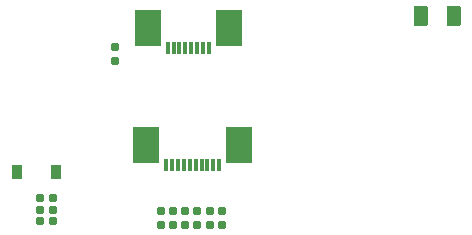
<source format=gbr>
%TF.GenerationSoftware,KiCad,Pcbnew,6.99.0-unknown-5a2f351f28~146~ubuntu20.04.1*%
%TF.CreationDate,2022-01-27T10:55:03+08:00*%
%TF.ProjectId,M5Pi,4d355069-2e6b-4696-9361-645f70636258,1.0*%
%TF.SameCoordinates,Original*%
%TF.FileFunction,Paste,Bot*%
%TF.FilePolarity,Positive*%
%FSLAX46Y46*%
G04 Gerber Fmt 4.6, Leading zero omitted, Abs format (unit mm)*
G04 Created by KiCad (PCBNEW 6.99.0-unknown-5a2f351f28~146~ubuntu20.04.1) date 2022-01-27 10:55:03*
%MOMM*%
%LPD*%
G01*
G04 APERTURE LIST*
G04 Aperture macros list*
%AMRoundRect*
0 Rectangle with rounded corners*
0 $1 Rounding radius*
0 $2 $3 $4 $5 $6 $7 $8 $9 X,Y pos of 4 corners*
0 Add a 4 corners polygon primitive as box body*
4,1,4,$2,$3,$4,$5,$6,$7,$8,$9,$2,$3,0*
0 Add four circle primitives for the rounded corners*
1,1,$1+$1,$2,$3*
1,1,$1+$1,$4,$5*
1,1,$1+$1,$6,$7*
1,1,$1+$1,$8,$9*
0 Add four rect primitives between the rounded corners*
20,1,$1+$1,$2,$3,$4,$5,0*
20,1,$1+$1,$4,$5,$6,$7,0*
20,1,$1+$1,$6,$7,$8,$9,0*
20,1,$1+$1,$8,$9,$2,$3,0*%
G04 Aperture macros list end*
%ADD10RoundRect,0.160000X-0.160000X0.197500X-0.160000X-0.197500X0.160000X-0.197500X0.160000X0.197500X0*%
%ADD11RoundRect,0.155000X-0.212500X-0.155000X0.212500X-0.155000X0.212500X0.155000X-0.212500X0.155000X0*%
%ADD12RoundRect,0.160000X0.160000X-0.197500X0.160000X0.197500X-0.160000X0.197500X-0.160000X-0.197500X0*%
%ADD13R,0.300000X1.100000*%
%ADD14R,2.300000X3.100000*%
%ADD15RoundRect,0.155000X0.155000X-0.212500X0.155000X0.212500X-0.155000X0.212500X-0.155000X-0.212500X0*%
%ADD16RoundRect,0.155000X-0.155000X0.212500X-0.155000X-0.212500X0.155000X-0.212500X0.155000X0.212500X0*%
%ADD17RoundRect,0.250000X0.375000X0.625000X-0.375000X0.625000X-0.375000X-0.625000X0.375000X-0.625000X0*%
%ADD18R,0.900000X1.200000*%
G04 APERTURE END LIST*
D10*
%TO.C,R41*%
X135053353Y-106226564D03*
X135053353Y-107421564D03*
%TD*%
D11*
%TO.C,C54*%
X121695853Y-105101564D03*
X122830853Y-105101564D03*
%TD*%
D12*
%TO.C,R20*%
X136093353Y-107421564D03*
X136093353Y-106226564D03*
%TD*%
D13*
%TO.C,J5*%
X136043352Y-92401563D03*
X135543352Y-92401563D03*
X135043352Y-92401563D03*
X134543352Y-92401563D03*
X134043352Y-92401563D03*
X133543352Y-92401563D03*
X133043352Y-92401563D03*
X132543352Y-92401563D03*
D14*
X130873352Y-90701563D03*
X137713352Y-90701563D03*
%TD*%
D10*
%TO.C,R39*%
X134013353Y-106206564D03*
X134013353Y-107401564D03*
%TD*%
D13*
%TO.C,J4*%
X132413352Y-102339063D03*
X132913352Y-102339063D03*
X133413352Y-102339063D03*
X133913352Y-102339063D03*
X134413352Y-102339063D03*
X134913352Y-102339063D03*
X135413352Y-102339063D03*
X135913352Y-102339063D03*
X136413352Y-102339063D03*
X136913352Y-102339063D03*
D14*
X130743352Y-100639063D03*
X138583352Y-100639063D03*
%TD*%
D15*
%TO.C,C29*%
X137143353Y-107391564D03*
X137143353Y-106256564D03*
%TD*%
D11*
%TO.C,C55*%
X121695853Y-107101564D03*
X122830853Y-107101564D03*
%TD*%
D10*
%TO.C,R33*%
X131943353Y-106206564D03*
X131943353Y-107401564D03*
%TD*%
D16*
%TO.C,C30*%
X128093353Y-92359064D03*
X128093353Y-93494064D03*
%TD*%
D17*
%TO.C,F1*%
X156763353Y-89701564D03*
X153963353Y-89701564D03*
%TD*%
D18*
%TO.C,D5*%
X123049999Y-102899999D03*
X119749999Y-102899999D03*
%TD*%
D11*
%TO.C,C52*%
X121695853Y-106101564D03*
X122830853Y-106101564D03*
%TD*%
D10*
%TO.C,R40*%
X132963353Y-106206564D03*
X132963353Y-107401564D03*
%TD*%
M02*

</source>
